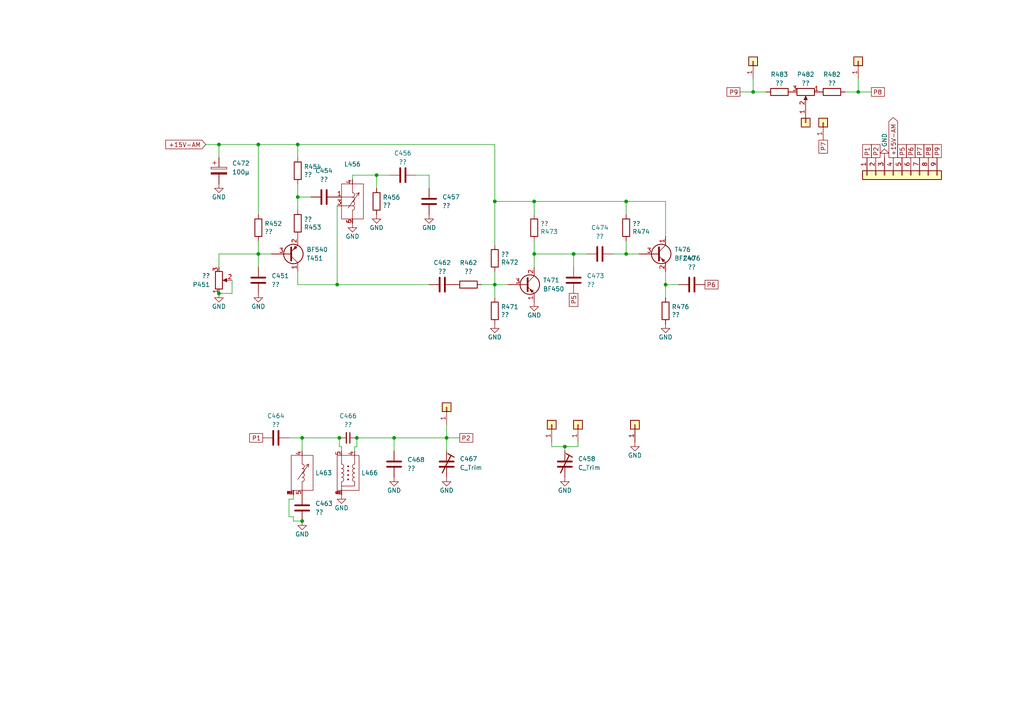
<source format=kicad_sch>
(kicad_sch (version 20230121) (generator eeschema)
  (paper "A4")
  (lib_symbols
    (symbol "Connector_Generic:Conn_01x01" (pin_names (offset 1.016) hide)
      (property "Reference" "J" (at 0 2.54 0))
      (property "Value" "Conn_01x01" (at 0 -2.54 0))
      (symbol "Conn_01x01_1_1"
        (rectangle (start -1.27 0.127) (end 0 -0.127) (stroke (width 0.1524)))
        (rectangle (start -1.27 1.27) (end 1.27 -1.27) (stroke (width 0.254)) (fill (type background)))
        (pin passive line (at -5.08 0 0) (length 3.81) (name "Pin_1") (number "1"))
      )
    )
    (symbol "Connector_Generic:Conn_01x09" (pin_names (offset 1.016) hide)
      (property "Reference" "J" (at 0 12.7 0))
      (property "Value" "Conn_01x09" (at 0 -12.7 0))
      (symbol "Conn_01x09_1_1"
        (rectangle (start -1.27 -10.033) (end 0 -10.287) (stroke (width 0.1524)))
        (rectangle (start -1.27 -7.493) (end 0 -7.747) (stroke (width 0.1524)))
        (rectangle (start -1.27 -4.953) (end 0 -5.207) (stroke (width 0.1524)))
        (rectangle (start -1.27 -2.413) (end 0 -2.667) (stroke (width 0.1524)))
        (rectangle (start -1.27 0.127) (end 0 -0.127) (stroke (width 0.1524)))
        (rectangle (start -1.27 2.667) (end 0 2.413) (stroke (width 0.1524)))
        (rectangle (start -1.27 5.207) (end 0 4.953) (stroke (width 0.1524)))
        (rectangle (start -1.27 7.747) (end 0 7.493) (stroke (width 0.1524)))
        (rectangle (start -1.27 10.287) (end 0 10.033) (stroke (width 0.1524)))
        (rectangle (start -1.27 11.43) (end 1.27 -11.43) (stroke (width 0.254)) (fill (type background)))
        (pin passive line (at -5.08 10.16 0) (length 3.81) (name "Pin_1") (number "1"))
        (pin passive line (at -5.08 7.62 0) (length 3.81) (name "Pin_2") (number "2"))
        (pin passive line (at -5.08 5.08 0) (length 3.81) (name "Pin_3") (number "3"))
        (pin passive line (at -5.08 2.54 0) (length 3.81) (name "Pin_4") (number "4"))
        (pin passive line (at -5.08 0 0) (length 3.81) (name "Pin_5") (number "5"))
        (pin passive line (at -5.08 -2.54 0) (length 3.81) (name "Pin_6") (number "6"))
        (pin passive line (at -5.08 -5.08 0) (length 3.81) (name "Pin_7") (number "7"))
        (pin passive line (at -5.08 -7.62 0) (length 3.81) (name "Pin_8") (number "8"))
        (pin passive line (at -5.08 -10.16 0) (length 3.81) (name "Pin_9") (number "9"))
      )
    )
    (symbol "Device:C" (pin_numbers hide) (pin_names (offset 0.254))
      (property "Reference" "C" (at 0.635 2.54 0))
      (property "Value" "C" (at 0.635 -2.54 0))
      (symbol "C_0_1"
        (polyline (pts (xy -2.032 -0.762) (xy 2.032 -0.762)) (stroke (width 0.508)))
        (polyline (pts (xy -2.032 0.762) (xy 2.032 0.762)) (stroke (width 0.508)))
      )
      (symbol "C_1_1"
        (pin passive line (at 0 3.81 270) (length 2.794) (name "~") (number "1"))
        (pin passive line (at 0 -3.81 90) (length 2.794) (name "~") (number "2"))
      )
    )
    (symbol "Device:C_Polarized" (pin_numbers hide) (pin_names (offset 0.254))
      (property "Reference" "C" (at 0.635 2.54 0))
      (property "Value" "C_Polarized" (at 0.635 -2.54 0))
      (symbol "C_Polarized_0_1"
        (rectangle (start -2.286 0.508) (end 2.286 1.016))
        (polyline (pts (xy -1.778 2.286) (xy -0.762 2.286)))
        (polyline (pts (xy -1.27 2.794) (xy -1.27 1.778)))
        (rectangle (start 2.286 -0.508) (end -2.286 -1.016) (fill (type outline)))
      )
      (symbol "C_Polarized_1_1"
        (pin passive line (at 0 3.81 270) (length 2.794) (name "~") (number "1"))
        (pin passive line (at 0 -3.81 90) (length 2.794) (name "~") (number "2"))
      )
    )
    (symbol "Device:C_Small" (pin_numbers hide) (pin_names (offset 0.254) hide)
      (property "Reference" "C" (at 0.254 1.778 0))
      (property "Value" "C_Small" (at 0.254 -2.032 0))
      (symbol "C_Small_0_1"
        (polyline (pts (xy -1.524 -0.508) (xy 1.524 -0.508)) (stroke (width 0.3302)))
        (polyline (pts (xy -1.524 0.508) (xy 1.524 0.508)) (stroke (width 0.3048)))
      )
      (symbol "C_Small_1_1"
        (pin passive line (at 0 2.54 270) (length 2.032) (name "~") (number "1"))
        (pin passive line (at 0 -2.54 90) (length 2.032) (name "~") (number "2"))
      )
    )
    (symbol "Device:C_Trim" (pin_numbers hide) (pin_names (offset 0.254) hide)
      (property "Reference" "C" (at 1.524 -2.032 0))
      (property "Value" "C_Trim" (at 3.048 -3.556 0))
      (symbol "C_Trim_0_1"
        (polyline (pts (xy -2.032 -0.762) (xy 2.032 -0.762)) (stroke (width 0.508)))
        (polyline (pts (xy -2.032 0.762) (xy 2.032 0.762)) (stroke (width 0.508)))
        (polyline (pts (xy 1.27 2.54) (xy -1.27 -2.54)) (stroke (width 0.3048)))
        (polyline (pts (xy 1.27 2.54) (xy 0.381 3.048)) (stroke (width 0.3048)))
        (polyline (pts (xy 1.27 2.54) (xy 2.159 2.032)) (stroke (width 0.3048)))
      )
      (symbol "C_Trim_1_1"
        (pin passive line (at 0 3.81 270) (length 3.048) (name "~") (number "1"))
        (pin passive line (at 0 -3.81 90) (length 3.048) (name "~") (number "2"))
      )
    )
    (symbol "Device:Q_PNP_CEB" (pin_names (offset 0) hide)
      (property "Reference" "Q" (at 5.08 1.27 0))
      (property "Value" "Q_PNP_CEB" (at 5.08 -1.27 0))
      (symbol "Q_PNP_CEB_0_1"
        (polyline (pts (xy 0.635 0.635) (xy 2.54 2.54)))
        (polyline (pts (xy 0.635 -0.635) (xy 2.54 -2.54) (xy 2.54 -2.54)))
        (polyline (pts (xy 0.635 1.905) (xy 0.635 -1.905) (xy 0.635 -1.905)) (stroke (width 0.508)))
        (polyline (pts (xy 2.286 -1.778) (xy 1.778 -2.286) (xy 1.27 -1.27) (xy 2.286 -1.778) (xy 2.286 -1.778)) (fill (type outline)))
        (circle (center 1.27 0) (radius 2.8194) (stroke (width 0.254)))
      )
      (symbol "Q_PNP_CEB_1_1"
        (pin passive line (at 2.54 5.08 270) (length 2.54) (name "C") (number "1"))
        (pin passive line (at 2.54 -5.08 90) (length 2.54) (name "E") (number "2"))
        (pin input line (at -5.08 0 0) (length 5.715) (name "B") (number "3"))
      )
    )
    (symbol "Device:Q_PNP_ECB" (pin_names (offset 0) hide)
      (property "Reference" "Q" (at 5.08 1.27 0))
      (property "Value" "Q_PNP_ECB" (at 5.08 -1.27 0))
      (symbol "Q_PNP_ECB_0_1"
        (polyline (pts (xy 0.635 0.635) (xy 2.54 2.54)))
        (polyline (pts (xy 0.635 -0.635) (xy 2.54 -2.54) (xy 2.54 -2.54)))
        (polyline (pts (xy 0.635 1.905) (xy 0.635 -1.905) (xy 0.635 -1.905)) (stroke (width 0.508)))
        (polyline (pts (xy 2.286 -1.778) (xy 1.778 -2.286) (xy 1.27 -1.27) (xy 2.286 -1.778) (xy 2.286 -1.778)) (fill (type outline)))
        (circle (center 1.27 0) (radius 2.8194) (stroke (width 0.254)))
      )
      (symbol "Q_PNP_ECB_1_1"
        (pin passive line (at 2.54 -5.08 90) (length 2.54) (name "E") (number "1"))
        (pin passive line (at 2.54 5.08 270) (length 2.54) (name "C") (number "2"))
        (pin input line (at -5.08 0 0) (length 5.715) (name "B") (number "3"))
      )
    )
    (symbol "Device:R" (pin_numbers hide) (pin_names (offset 0))
      (property "Reference" "R" (at 2.032 0 90))
      (property "Value" "R" (at 0 0 90))
      (symbol "R_0_1"
        (rectangle (start -1.016 -2.54) (end 1.016 2.54) (stroke (width 0.254)))
      )
      (symbol "R_1_1"
        (pin passive line (at 0 3.81 270) (length 1.27) (name "~") (number "1"))
        (pin passive line (at 0 -3.81 90) (length 1.27) (name "~") (number "2"))
      )
    )
    (symbol "Device:R_Potentiometer" (pin_names (offset 1.016) hide)
      (property "Reference" "RV" (at -4.445 0 90))
      (property "Value" "R_Potentiometer" (at -2.54 0 90))
      (symbol "R_Potentiometer_0_1"
        (polyline (pts (xy 2.54 0) (xy 1.524 0)))
        (polyline (pts (xy 1.143 0) (xy 2.286 0.508) (xy 2.286 -0.508) (xy 1.143 0)) (fill (type outline)))
        (rectangle (start 1.016 2.54) (end -1.016 -2.54) (stroke (width 0.254)))
      )
      (symbol "R_Potentiometer_1_1"
        (pin passive line (at 0 3.81 270) (length 1.27) (name "1") (number "1"))
        (pin passive line (at 3.81 0 180) (length 1.27) (name "2") (number "2"))
        (pin passive line (at 0 -3.81 90) (length 1.27) (name "3") (number "3"))
      )
    )
    (symbol "Library:L_Trimmable_Type1" (pin_names (offset 1.016) hide)
      (property "Reference" "L" (at -5.08 0 90))
      (property "Value" "L_Trimmable_Type1" (at 5.08 0 90))
      (symbol "L_Trimmable_Type1_0_1"
        (arc (start 0 -2.54) (mid 0.6323 -1.905) (end 0 -1.27))
        (arc (start 0 -1.27) (mid 0.6323 -0.635) (end 0 0))
        (polyline (pts (xy -1.27 -1.905) (xy 1.905 2.54)))
        (polyline (pts (xy 0 -2.54) (xy 0 -5.08)))
        (polyline (pts (xy 0 5.08) (xy 0 2.54)))
        (polyline (pts (xy 1.905 2.54) (xy 1.016 2.159)))
        (polyline (pts (xy 1.905 2.54) (xy 1.778 1.651)))
        (polyline (pts (xy -3.175 5.08) (xy 3.175 5.08) (xy 3.175 -5.08) (xy -3.175 -5.08) (xy -3.175 5.08)))
        (arc (start 0 0) (mid 0.6323 0.635) (end 0 1.27))
        (arc (start 0 1.27) (mid 0.6323 1.905) (end 0 2.54))
      )
      (symbol "L_Trimmable_Type1_1_1"
        (pin passive line (at -2.54 -6.35 90) (length 1.27) (name "") (number "1"))
        (pin passive line (at -2.54 -6.35 90) (length 1.27) (name "") (number "2"))
        (pin passive line (at -2.54 -6.35 90) (length 1.27) (name "") (number "3"))
        (pin passive line (at 0 6.35 270) (length 1.27) (name "4") (number "4"))
        (pin passive line (at 0 -6.35 90) (length 1.27) (name "5") (number "5"))
        (pin passive line (at -2.54 -6.35 90) (length 1.27) (name "") (number "6"))
      )
    )
    (symbol "Library:L_Trimmable_Type2" (pin_names (offset 1.016) hide)
      (property "Reference" "L" (at -2.54 0 90))
      (property "Value" "L_Trimmable_Type2" (at 6.35 0 90))
      (symbol "L_Trimmable_Type2_0_1"
        (arc (start 0 -2.54) (mid 0.6323 -1.905) (end 0 -1.27))
        (arc (start 0 -1.27) (mid 0.6323 -0.635) (end 0 0))
        (arc (start 0 0) (mid 0.6323 0.635) (end 0 1.27))
        (arc (start 0 1.27) (mid 0.6323 1.905) (end 0 2.54))
        (arc (start 3.8073 -1.27) (mid 3.175 -1.905) (end 3.8073 -2.54))
        (arc (start 3.8073 0) (mid 3.175 -0.635) (end 3.8073 -1.27))
        (arc (start 3.8073 1.27) (mid 3.175 0.635) (end 3.8073 0))
        (arc (start 3.8073 2.54) (mid 3.175 1.905) (end 3.8073 1.27))
      )
      (symbol "L_Trimmable_Type2_1_1"
        (polyline (pts (xy 0 -5.08) (xy 0 -3.81)))
        (polyline (pts (xy 0 5.08) (xy 0 2.54)))
        (polyline (pts (xy 3.81 5.08) (xy 3.81 2.54)))
        (polyline (pts (xy 0 -2.54) (xy 0 -3.81) (xy 3.81 -3.81) (xy 3.81 -2.54)))
        (polyline (pts (xy -1.27 5.08) (xy 5.08 5.08) (xy 5.08 -5.08) (xy -1.27 -5.08) (xy -1.27 5.08)))
        (circle (center 1.905 -1.905) (radius 0.0001) (stroke (width 0.5)) (fill (type outline)))
        (circle (center 1.905 -0.635) (radius 0.0001) (stroke (width 0.5)) (fill (type outline)))
        (circle (center 1.905 0.635) (radius 0.0001) (stroke (width 0.5)) (fill (type outline)))
        (circle (center 1.905 1.905) (radius 0.0001) (stroke (width 0.5)) (fill (type outline)))
        (pin passive line (at 0 -6.35 90) (length 1.27) (name "1") (number "1"))
        (pin passive line (at 0 -6.35 90) (length 1.27) (name "") (number "2"))
        (pin passive line (at 3.81 6.35 270) (length 1.27) (name "4") (number "4"))
        (pin passive line (at 0 6.35 270) (length 1.27) (name "5") (number "5"))
        (pin passive line (at 0 -6.35 90) (length 1.27) (name "") (number "6"))
      )
    )
    (symbol "Library:L_Trimmable_Type3" (pin_names (offset 1.016) hide)
      (property "Reference" "L" (at -3.81 0 90))
      (property "Value" "L_Trimmable_Type3" (at 7.62 0 90))
      (symbol "L_Trimmable_Type3_0_1"
        (polyline (pts (xy -1.27 -1.27) (xy 1.905 -1.27)))
        (polyline (pts (xy -1.27 1.27) (xy 1.905 1.27)))
        (polyline (pts (xy 0.635 -1.905) (xy 3.81 2.54)))
        (polyline (pts (xy 3.81 2.54) (xy 2.921 2.159)))
        (polyline (pts (xy 3.81 2.54) (xy 3.683 1.651)))
        (arc (start 1.905 -2.54) (mid 2.5373 -1.905) (end 1.905 -1.27))
        (arc (start 1.905 -1.27) (mid 2.5373 -0.635) (end 1.905 0))
        (arc (start 1.905 0) (mid 2.5373 0.635) (end 1.905 1.27))
        (arc (start 1.905 1.27) (mid 2.5373 1.905) (end 1.905 2.54))
      )
      (symbol "L_Trimmable_Type3_1_1"
        (polyline (pts (xy 1.905 -5.08) (xy 1.905 -2.54)))
        (polyline (pts (xy 1.905 5.08) (xy 1.905 2.54)))
        (polyline (pts (xy -1.27 5.08) (xy 5.08 5.08) (xy 5.08 -5.08) (xy -1.27 -5.08) (xy -1.27 5.08)))
        (pin passive line (at -2.54 1.27 0) (length 1.27) (name "1") (number "1"))
        (pin passive line (at -2.54 -1.27 0) (length 1.27) (name "3") (number "3"))
        (pin passive line (at 1.905 6.35 270) (length 1.27) (name "4") (number "4"))
        (pin passive line (at 1.905 -6.35 90) (length 1.27) (name "") (number "5"))
        (pin passive line (at 1.905 -6.35 90) (length 1.27) (name "6") (number "6"))
      )
    )
    (symbol "power:GND" (power) (pin_names (offset 0))
      (property "Value" "GND" (at 0 -3.81 0))
      (symbol "GND_0_1"
        (polyline (pts (xy 0 0) (xy 0 -1.27) (xy 1.27 -1.27) (xy 0 -2.54) (xy -1.27 -1.27) (xy 0 -1.27)))
      )
      (symbol "GND_1_1"
        (pin power_in line (at 0 0 270) (length 0) hide (name "GND") (number "1"))
      )
    )
  )
  (junction (at 143.51 58.42))
  (junction (at 163.83 129.54))
  (junction (at 181.61 73.66))
  (junction (at 97.79 82.55))
  (junction (at 63.5 85.09))
  (junction (at 74.93 41.91))
  (junction (at 114.3 127))
  (junction (at 74.93 73.66))
  (junction (at 181.61 58.42))
  (junction (at 63.5 41.91))
  (junction (at 154.94 73.66))
  (junction (at 87.63 127))
  (junction (at 109.22 50.8))
  (junction (at 86.36 41.91))
  (junction (at 166.37 73.66))
  (junction (at 154.94 58.42))
  (junction (at 103.505 127))
  (junction (at 143.51 82.55))
  (junction (at 86.36 57.15))
  (junction (at 129.54 127))
  (junction (at 98.425 127))
  (junction (at 218.44 26.67))
  (junction (at 87.63 151.13))
  (junction (at 193.04 82.55))
  (junction (at 248.92 26.67))
  (wire (pts (xy 160.02 129.54) (xy 163.83 129.54)))
  (wire (pts (xy 86.36 57.15) (xy 90.17 57.15)))
  (wire (pts (xy 103.505 129.54) (xy 103.505 127)))
  (wire (pts (xy 143.51 78.74) (xy 143.51 82.55)))
  (wire (pts (xy 63.5 41.91) (xy 74.93 41.91)))
  (wire (pts (xy 245.11 26.67) (xy 248.92 26.67)))
  (wire (pts (xy 193.04 58.42) (xy 181.61 58.42)))
  (wire (pts (xy 129.54 130.81) (xy 129.54 127)))
  (wire (pts (xy 177.8 73.66) (xy 181.61 73.66)))
  (wire (pts (xy 102.235 50.8) (xy 102.235 52.07)))
  (wire (pts (xy 97.79 82.55) (xy 124.46 82.55)))
  (wire (pts (xy 83.82 149.86) (xy 85.09 149.86)))
  (wire (pts (xy 163.83 129.54) (xy 163.83 130.81)))
  (wire (pts (xy 139.7 82.55) (xy 143.51 82.55)))
  (wire (pts (xy 193.04 82.55) (xy 196.85 82.55)))
  (wire (pts (xy 154.94 73.66) (xy 166.37 73.66)))
  (wire (pts (xy 85.09 151.13) (xy 87.63 151.13)))
  (wire (pts (xy 97.79 59.69) (xy 97.79 82.55)))
  (wire (pts (xy 129.54 123.19) (xy 129.54 127)))
  (wire (pts (xy 143.51 41.91) (xy 143.51 58.42)))
  (wire (pts (xy 102.87 130.81) (xy 102.87 129.54)))
  (wire (pts (xy 86.36 41.91) (xy 143.51 41.91)))
  (wire (pts (xy 193.04 82.55) (xy 193.04 86.36)))
  (wire (pts (xy 154.94 73.66) (xy 154.94 77.47)))
  (wire (pts (xy 154.94 58.42) (xy 154.94 62.23)))
  (wire (pts (xy 86.36 41.91) (xy 86.36 45.72)))
  (wire (pts (xy 113.03 50.8) (xy 109.22 50.8)))
  (wire (pts (xy 129.54 127) (xy 133.35 127)))
  (wire (pts (xy 154.94 69.85) (xy 154.94 73.66)))
  (wire (pts (xy 114.3 130.81) (xy 114.3 127)))
  (wire (pts (xy 78.74 73.66) (xy 74.93 73.66)))
  (wire (pts (xy 166.37 73.66) (xy 170.18 73.66)))
  (wire (pts (xy 63.5 41.91) (xy 63.5 45.72)))
  (wire (pts (xy 193.04 68.58) (xy 193.04 58.42)))
  (wire (pts (xy 98.425 129.54) (xy 99.06 129.54)))
  (wire (pts (xy 83.82 127) (xy 87.63 127)))
  (wire (pts (xy 85.09 143.51) (xy 85.09 144.78)))
  (wire (pts (xy 166.37 73.66) (xy 166.37 77.47)))
  (wire (pts (xy 63.5 85.09) (xy 67.31 85.09)))
  (wire (pts (xy 85.09 149.86) (xy 85.09 151.13)))
  (wire (pts (xy 74.93 69.85) (xy 74.93 73.66)))
  (wire (pts (xy 143.51 58.42) (xy 154.94 58.42)))
  (wire (pts (xy 59.69 41.91) (xy 63.5 41.91)))
  (wire (pts (xy 83.82 144.78) (xy 85.09 144.78)))
  (wire (pts (xy 193.04 78.74) (xy 193.04 82.55)))
  (wire (pts (xy 99.06 130.81) (xy 99.06 129.54)))
  (wire (pts (xy 86.36 53.34) (xy 86.36 57.15)))
  (wire (pts (xy 109.22 50.8) (xy 109.22 54.61)))
  (wire (pts (xy 67.31 81.28) (xy 67.31 85.09)))
  (wire (pts (xy 74.93 62.23) (xy 74.93 41.91)))
  (wire (pts (xy 74.93 73.66) (xy 74.93 77.47)))
  (wire (pts (xy 163.83 129.54) (xy 167.64 129.54)))
  (wire (pts (xy 181.61 58.42) (xy 154.94 58.42)))
  (wire (pts (xy 248.92 22.86) (xy 248.92 26.67)))
  (wire (pts (xy 129.54 127) (xy 114.3 127)))
  (wire (pts (xy 218.44 22.86) (xy 218.44 26.67)))
  (wire (pts (xy 143.51 82.55) (xy 147.32 82.55)))
  (wire (pts (xy 103.505 127) (xy 114.3 127)))
  (wire (pts (xy 160.02 128.27) (xy 160.02 129.54)))
  (wire (pts (xy 124.46 50.8) (xy 120.65 50.8)))
  (wire (pts (xy 83.82 149.86) (xy 83.82 144.78)))
  (wire (pts (xy 167.64 129.54) (xy 167.64 128.27)))
  (wire (pts (xy 63.5 73.66) (xy 74.93 73.66)))
  (wire (pts (xy 86.36 82.55) (xy 86.36 78.74)))
  (wire (pts (xy 124.46 54.61) (xy 124.46 50.8)))
  (wire (pts (xy 102.87 129.54) (xy 103.505 129.54)))
  (wire (pts (xy 181.61 73.66) (xy 185.42 73.66)))
  (wire (pts (xy 214.63 26.67) (xy 218.44 26.67)))
  (wire (pts (xy 86.36 57.15) (xy 86.36 60.96)))
  (wire (pts (xy 218.44 26.67) (xy 222.25 26.67)))
  (wire (pts (xy 143.51 71.12) (xy 143.51 58.42)))
  (wire (pts (xy 86.36 82.55) (xy 97.79 82.55)))
  (wire (pts (xy 248.92 26.67) (xy 252.73 26.67)))
  (wire (pts (xy 63.5 77.47) (xy 63.5 73.66)))
  (wire (pts (xy 98.425 127) (xy 98.425 129.54)))
  (wire (pts (xy 102.235 50.8) (xy 109.22 50.8)))
  (wire (pts (xy 87.63 127) (xy 87.63 130.81)))
  (wire (pts (xy 74.93 41.91) (xy 86.36 41.91)))
  (wire (pts (xy 181.61 69.85) (xy 181.61 73.66)))
  (wire (pts (xy 87.63 127) (xy 98.425 127)))
  (wire (pts (xy 143.51 82.55) (xy 143.51 86.36)))
  (wire (pts (xy 181.61 62.23) (xy 181.61 58.42)))
  (global_label "P8" (shape passive) (at 269.24 45.72 90) (property "Intersheetrefs" "${INTERSHEET_REFS}" (effects hide)))
  (global_label "P9" (shape passive) (at 214.63 26.67 180) (property "Intersheetrefs" "${INTERSHEET_REFS}" (effects hide)))
  (global_label "P2" (shape passive) (at 133.35 127 0) (property "Intersheetrefs" "${INTERSHEET_REFS}" (effects hide)))
  (global_label "P2" (shape passive) (at 254 45.72 90) (property "Intersheetrefs" "${INTERSHEET_REFS}" (effects hide)))
  (global_label "+15V-AM" (shape output) (at 259.08 45.72 90) (property "Intersheetrefs" "${INTERSHEET_REFS}" (effects hide)))
  (global_label "P5" (shape passive) (at 261.62 45.72 90) (property "Intersheetrefs" "${INTERSHEET_REFS}" (effects hide)))
  (global_label "P7" (shape passive) (at 238.76 40.64 270) (property "Intersheetrefs" "${INTERSHEET_REFS}" (effects hide)))
  (global_label "P6" (shape passive) (at 264.16 45.72 90) (property "Intersheetrefs" "${INTERSHEET_REFS}" (effects hide)))
  (global_label "P5" (shape passive) (at 166.37 85.09 270) (property "Intersheetrefs" "${INTERSHEET_REFS}" (effects hide)))
  (global_label "P1" (shape passive) (at 251.46 45.72 90) (property "Intersheetrefs" "${INTERSHEET_REFS}" (effects hide)))
  (global_label "P7" (shape passive) (at 266.7 45.72 90) (property "Intersheetrefs" "${INTERSHEET_REFS}" (effects hide)))
  (global_label "P1" (shape passive) (at 76.2 127 180) (property "Intersheetrefs" "${INTERSHEET_REFS}" (effects hide)))
  (global_label "P9" (shape passive) (at 271.78 45.72 90) (property "Intersheetrefs" "${INTERSHEET_REFS}" (effects hide)))
  (global_label "+15V-AM" (shape input) (at 59.69 41.91 180) (property "Intersheetrefs" "${INTERSHEET_REFS}" (effects hide)))
  (global_label "P8" (shape passive) (at 252.73 26.67 0) (property "Intersheetrefs" "${INTERSHEET_REFS}" (effects hide)))
  (global_label "P6" (shape passive) (at 204.47 82.55 0) (property "Intersheetrefs" "${INTERSHEET_REFS}" (effects hide)))
  (symbol (lib_id "Connector_Generic:Conn_01x09") (at 261.62 50.8 90) (mirror x) (unit 1)
    (property "Reference" "J1" (effects hide))
    (property "Value" "Conn_01x09" (effects hide))
    (property "Footprint" "Library:Connector_01x09_5mm" (effects hide))
  )
  (symbol (lib_id "power:GND") (at 163.83 138.43 0) (unit 1)
    (property "Reference" "#PWR013" (effects hide))
    (property "Value" "GND" (at 163.83 142.24 0))
  )
  (symbol (lib_id "Device:C_Small") (at 100.965 127 270) (unit 1)
    (property "Reference" "C466" (at 100.9586 120.65 90))
    (property "Value" "??" (at 100.9586 123.19 90))
    (property "Footprint" "Capacitor_THT:C_Disc_D4.3mm_W1.9mm_P5.00mm" (effects hide))
  )
  (symbol (lib_id "Device:C") (at 173.99 73.66 270) (unit 1)
    (property "Reference" "C474" (at 173.99 66.04 90))
    (property "Value" "??" (at 173.99 68.58 90))
    (property "Footprint" "Capacitor_THT:C_Disc_D4.3mm_W1.9mm_P5.00mm" (effects hide))
  )
  (symbol (lib_id "Connector_Generic:Conn_01x01") (at 248.92 17.78 90) (unit 1)
    (property "Reference" "J2" (effects hide))
    (property "Value" "Conn_01x01" (effects hide))
    (property "Footprint" "Connector_Pin:Pin_D1.0mm_L10.0mm" (effects hide))
  )
  (symbol (lib_id "Device:C") (at 124.46 58.42 180) (unit 1)
    (property "Reference" "C457" (at 128.27 57.15 0) (effects (justify right)))
    (property "Value" "??" (at 128.27 59.69 0) (effects (justify right)))
    (property "Footprint" "Capacitor_THT:C_Disc_D4.3mm_W1.9mm_P5.00mm" (effects hide))
  )
  (symbol (lib_id "power:GND") (at 99.06 143.51 0) (unit 1)
    (property "Reference" "#PWR010" (effects hide))
    (property "Value" "GND" (at 99.06 147.32 0))
  )
  (symbol (lib_id "Library:L_Trimmable_Type2") (at 99.06 137.16 0) (unit 1)
    (property "Reference" "L466" (at 104.775 137.16 0) (effects (justify left)))
    (property "Value" "L_Trimmable_Type2" (effects hide))
    (property "Footprint" "Library:L_Tunable_16.5mm" (effects hide))
  )
  (symbol (lib_id "Connector_Generic:Conn_01x01") (at 167.64 123.19 90) (unit 1)
    (property "Reference" "J7" (effects hide))
    (property "Value" "Conn_01x01" (effects hide))
    (property "Footprint" "Connector_Pin:Pin_D1.0mm_L10.0mm" (effects hide))
  )
  (symbol (lib_id "Device:C_Trim") (at 163.83 134.62 0) (unit 1)
    (property "Reference" "C458" (at 167.64 133.096 0) (effects (justify left)))
    (property "Value" "C_Trim" (at 167.64 135.636 0) (effects (justify left)))
    (property "Footprint" "Library:C_Trimmable_7.5mm" (effects hide))
  )
  (symbol (lib_id "Device:R") (at 135.89 82.55 270) (mirror x) (unit 1)
    (property "Reference" "R462" (at 135.89 76.2 90))
    (property "Value" "??" (at 135.89 78.74 90))
    (property "Footprint" "Resistor_THT:R_Axial_DIN0207_L6.3mm_D2.5mm_P5.08mm_Vertical" (effects hide))
  )
  (symbol (lib_id "power:GND") (at 114.3 138.43 0) (unit 1)
    (property "Reference" "#PWR011" (effects hide))
    (property "Value" "GND" (at 114.3 142.24 0))
  )
  (symbol (lib_id "Connector_Generic:Conn_01x01") (at 184.15 123.19 90) (unit 1)
    (property "Reference" "J9" (effects hide))
    (property "Value" "Conn_01x01" (effects hide))
    (property "Footprint" "Library:Connector_01x01_Rect" (effects hide))
  )
  (symbol (lib_id "Device:Q_PNP_CEB") (at 190.5 73.66 0) (unit 1)
    (property "Reference" "T476" (at 195.58 72.39 0) (effects (justify left)))
    (property "Value" "BF240" (at 195.58 74.93 0) (effects (justify left)))
    (property "Footprint" "Package_TO_SOT_THT:TO-92L_Wide" (effects hide))
  )
  (symbol (lib_id "power:GND") (at 154.94 87.63 0) (unit 1)
    (property "Reference" "#PWR05" (effects hide))
    (property "Value" "GND" (at 154.94 91.44 0))
  )
  (symbol (lib_id "Device:R_Potentiometer") (at 233.68 26.67 270) (unit 1)
    (property "Reference" "P482" (at 233.68 21.59 90))
    (property "Value" "??" (at 233.68 24.13 90))
    (property "Footprint" "Potentiometer_THT:Potentiometer_Piher_PT-10-H01_Horizontal" (effects hide))
  )
  (symbol (lib_id "Device:C") (at 116.84 50.8 270) (unit 1)
    (property "Reference" "C456" (at 116.84 44.45 90))
    (property "Value" "??" (at 116.84 46.99 90))
    (property "Footprint" "Capacitor_THT:C_Disc_D4.3mm_W1.9mm_P5.00mm" (effects hide))
  )
  (symbol (lib_id "Device:C_Polarized") (at 63.5 49.53 0) (unit 1)
    (property "Reference" "C472" (at 67.31 47.371 0) (effects (justify left)))
    (property "Value" "100µ" (at 67.31 49.911 0) (effects (justify left)))
    (property "Footprint" "Capacitor_THT:CP_Radial_D6.3mm_P2.50mm" (effects hide))
  )
  (symbol (lib_id "Device:C") (at 166.37 81.28 180) (unit 1)
    (property "Reference" "C473" (at 170.18 80.01 0) (effects (justify right)))
    (property "Value" "??" (at 170.18 82.55 0) (effects (justify right)))
    (property "Footprint" "Capacitor_THT:C_Rect_L7.2mm_W2.5mm_P5.00mm_FKS2_FKP2_MKS2_MKP2" (effects hide))
  )
  (symbol (lib_id "Device:R") (at 86.36 49.53 0) (unit 1)
    (property "Reference" "R454" (at 88.138 48.3616 0) (effects (justify left)))
    (property "Value" "??" (at 88.138 50.673 0) (effects (justify left)))
    (property "Footprint" "Resistor_THT:R_Axial_DIN0207_L6.3mm_D2.5mm_P5.08mm_Vertical" (effects hide))
  )
  (symbol (lib_id "Device:R") (at 154.94 66.04 0) (mirror x) (unit 1)
    (property "Reference" "R473" (at 156.718 67.2084 0) (effects (justify left)))
    (property "Value" "??" (at 156.718 64.897 0) (effects (justify left)))
    (property "Footprint" "Resistor_THT:R_Axial_DIN0207_L6.3mm_D2.5mm_P5.08mm_Vertical" (effects hide))
  )
  (symbol (lib_id "power:GND") (at 256.54 45.72 180) (unit 1)
    (property "Reference" "#PWR015" (effects hide))
    (property "Value" "GND" (at 256.54 40.64 90))
  )
  (symbol (lib_id "Connector_Generic:Conn_01x01") (at 129.54 118.11 90) (unit 1)
    (property "Reference" "J8" (effects hide))
    (property "Value" "Conn_01x01" (effects hide))
    (property "Footprint" "Connector_Pin:Pin_D1.0mm_L10.0mm" (effects hide))
  )
  (symbol (lib_id "Connector_Generic:Conn_01x01") (at 160.02 123.19 90) (unit 1)
    (property "Reference" "J6" (effects hide))
    (property "Value" "Conn_01x01" (effects hide))
    (property "Footprint" "Connector_Pin:Pin_D1.0mm_L10.0mm" (effects hide))
  )
  (symbol (lib_id "Device:Q_PNP_CEB") (at 83.82 73.66 0) (mirror x) (unit 1)
    (property "Reference" "T451" (at 88.9 74.93 0) (effects (justify left)))
    (property "Value" "BF540" (at 88.9 72.39 0) (effects (justify left)))
    (property "Footprint" "Package_TO_SOT_THT:TO-92L_Wide" (effects hide))
  )
  (symbol (lib_id "Device:R") (at 143.51 90.17 0) (unit 1)
    (property "Reference" "R471" (at 145.288 89.0016 0) (effects (justify left)))
    (property "Value" "??" (at 145.288 91.313 0) (effects (justify left)))
    (property "Footprint" "Resistor_THT:R_Axial_DIN0207_L6.3mm_D2.5mm_P5.08mm_Vertical" (effects hide))
  )
  (symbol (lib_id "power:GND") (at 63.5 85.09 0) (unit 1)
    (property "Reference" "#PWR04" (effects hide))
    (property "Value" "GND" (at 63.5 88.9 0))
  )
  (symbol (lib_id "power:GND") (at 124.46 62.23 0) (unit 1)
    (property "Reference" "#PWR08" (effects hide))
    (property "Value" "GND" (at 124.46 66.04 0))
  )
  (symbol (lib_id "Device:C") (at 74.93 81.28 180) (unit 1)
    (property "Reference" "C451" (at 78.74 80.01 0) (effects (justify right)))
    (property "Value" "??" (at 78.74 82.55 0) (effects (justify right)))
    (property "Footprint" "Capacitor_THT:C_Disc_D4.3mm_W1.9mm_P5.00mm" (effects hide))
  )
  (symbol (lib_id "Device:C") (at 87.63 147.32 180) (unit 1)
    (property "Reference" "C463" (at 91.44 146.05 0) (effects (justify right)))
    (property "Value" "??" (at 91.44 148.59 0) (effects (justify right)))
    (property "Footprint" "Capacitor_THT:C_Disc_D4.3mm_W1.9mm_P5.00mm" (effects hide))
  )
  (symbol (lib_id "power:GND") (at 102.235 64.77 0) (unit 1)
    (property "Reference" "#PWR06" (effects hide))
    (property "Value" "GND" (at 102.235 68.58 0))
  )
  (symbol (lib_id "Device:R") (at 193.04 90.17 0) (unit 1)
    (property "Reference" "R476" (at 194.818 89.0016 0) (effects (justify left)))
    (property "Value" "??" (at 194.818 91.313 0) (effects (justify left)))
    (property "Footprint" "Resistor_THT:R_Axial_DIN0207_L6.3mm_D2.5mm_P5.08mm_Vertical" (effects hide))
  )
  (symbol (lib_id "Device:Q_PNP_ECB") (at 152.4 82.55 0) (unit 1)
    (property "Reference" "T471" (at 157.48 81.28 0) (effects (justify left)))
    (property "Value" "BF450" (at 157.48 83.82 0) (effects (justify left)))
    (property "Footprint" "Package_TO_SOT_THT:TO-92L_Wide" (effects hide))
  )
  (symbol (lib_id "power:GND") (at 193.04 93.98 0) (unit 1)
    (property "Reference" "#PWR02" (effects hide))
    (property "Value" "GND" (at 193.04 97.79 0))
  )
  (symbol (lib_id "Connector_Generic:Conn_01x01") (at 233.68 35.56 270) (unit 1)
    (property "Reference" "J4" (effects hide))
    (property "Value" "Conn_01x01" (effects hide))
    (property "Footprint" "Connector_Pin:Pin_D1.0mm_L10.0mm" (effects hide))
  )
  (symbol (lib_id "power:GND") (at 109.22 62.23 0) (unit 1)
    (property "Reference" "#PWR07" (effects hide))
    (property "Value" "GND" (at 109.22 66.04 0))
  )
  (symbol (lib_id "Connector_Generic:Conn_01x01") (at 218.44 17.78 90) (unit 1)
    (property "Reference" "J3" (effects hide))
    (property "Value" "Conn_01x01" (effects hide))
    (property "Footprint" "Connector_Pin:Pin_D1.0mm_L10.0mm" (effects hide))
  )
  (symbol (lib_id "Device:R") (at 181.61 66.04 0) (mirror x) (unit 1)
    (property "Reference" "R474" (at 183.388 67.2084 0) (effects (justify left)))
    (property "Value" "??" (at 183.388 64.897 0) (effects (justify left)))
    (property "Footprint" "Resistor_THT:R_Axial_DIN0207_L6.3mm_D2.5mm_P5.08mm_Vertical" (effects hide))
  )
  (symbol (lib_id "power:GND") (at 63.5 53.34 0) (unit 1)
    (property "Reference" "#PWR014" (effects hide))
    (property "Value" "GND" (at 63.5 57.15 0))
  )
  (symbol (lib_id "Device:R") (at 226.06 26.67 90) (unit 1)
    (property "Reference" "R483" (at 226.06 21.59 90))
    (property "Value" "??" (at 226.06 24.13 90))
    (property "Footprint" "Resistor_THT:R_Axial_DIN0207_L6.3mm_D2.5mm_P5.08mm_Vertical" (effects hide))
  )
  (symbol (lib_id "Device:R") (at 109.22 58.42 0) (unit 1)
    (property "Reference" "R456" (at 110.998 57.2516 0) (effects (justify left)))
    (property "Value" "??" (at 110.998 59.563 0) (effects (justify left)))
    (property "Footprint" "Resistor_THT:R_Axial_DIN0207_L6.3mm_D2.5mm_P5.08mm_Vertical" (effects hide))
  )
  (symbol (lib_id "Device:R_Potentiometer") (at 63.5 81.28 0) (mirror x) (unit 1)
    (property "Reference" "P451" (at 60.96 82.55 0) (effects (justify right)))
    (property "Value" "??" (at 60.96 80.01 0) (effects (justify right)))
    (property "Footprint" "Potentiometer_THT:Potentiometer_Piher_PT-10-H01_Horizontal" (effects hide))
  )
  (symbol (lib_id "Device:R") (at 74.93 66.04 0) (unit 1)
    (property "Reference" "R452" (at 76.708 64.8716 0) (effects (justify left)))
    (property "Value" "??" (at 76.708 67.183 0) (effects (justify left)))
    (property "Footprint" "Resistor_THT:R_Axial_DIN0207_L6.3mm_D2.5mm_P5.08mm_Vertical" (effects hide))
  )
  (symbol (lib_id "Device:C_Trim") (at 129.54 134.62 0) (unit 1)
    (property "Reference" "C467" (at 133.35 133.096 0) (effects (justify left)))
    (property "Value" "C_Trim" (at 133.35 135.636 0) (effects (justify left)))
    (property "Footprint" "Library:C_Trimmable_7.5mm" (effects hide))
  )
  (symbol (lib_id "Device:C") (at 114.3 134.62 180) (unit 1)
    (property "Reference" "C468" (at 118.11 133.35 0) (effects (justify right)))
    (property "Value" "??" (at 118.11 135.89 0) (effects (justify right)))
    (property "Footprint" "Capacitor_THT:C_Disc_D4.3mm_W1.9mm_P5.00mm" (effects hide))
  )
  (symbol (lib_id "Device:C") (at 93.98 57.15 270) (unit 1)
    (property "Reference" "C454" (at 93.98 49.53 90))
    (property "Value" "??" (at 93.98 52.07 90))
    (property "Footprint" "Capacitor_THT:C_Disc_D4.3mm_W1.9mm_P5.00mm" (effects hide))
  )
  (symbol (lib_id "power:GND") (at 129.54 138.43 0) (unit 1)
    (property "Reference" "#PWR012" (effects hide))
    (property "Value" "GND" (at 129.54 142.24 0))
  )
  (symbol (lib_id "Device:C") (at 200.66 82.55 270) (unit 1)
    (property "Reference" "C476" (at 200.66 74.93 90))
    (property "Value" "??" (at 200.66 77.47 90))
    (property "Footprint" "Capacitor_THT:C_Disc_D4.3mm_W1.9mm_P5.00mm" (effects hide))
  )
  (symbol (lib_id "Device:C") (at 80.01 127 270) (unit 1)
    (property "Reference" "C464" (at 80.01 120.65 90))
    (property "Value" "??" (at 80.01 123.19 90))
    (property "Footprint" "Capacitor_THT:C_Disc_D4.3mm_W1.9mm_P5.00mm" (effects hide))
  )
  (symbol (lib_id "power:GND") (at 143.51 93.98 0) (unit 1)
    (property "Reference" "#PWR01" (effects hide))
    (property "Value" "GND" (at 143.51 97.79 0))
  )
  (symbol (lib_id "Library:L_Trimmable_Type1") (at 87.63 137.16 0) (unit 1)
    (property "Reference" "L463" (at 91.44 137.16 0) (effects (justify left)))
    (property "Value" "L_Trimmable_Type1" (effects hide))
    (property "Footprint" "Library:L_Tunable_7mm" (effects hide))
  )
  (symbol (lib_id "Device:R") (at 143.51 74.93 0) (mirror x) (unit 1)
    (property "Reference" "R472" (at 145.288 76.0984 0) (effects (justify left)))
    (property "Value" "??" (at 145.288 73.787 0) (effects (justify left)))
    (property "Footprint" "Resistor_THT:R_Axial_DIN0207_L6.3mm_D2.5mm_P5.08mm_Vertical" (effects hide))
  )
  (symbol (lib_id "Connector_Generic:Conn_01x01") (at 238.76 35.56 90) (unit 1)
    (property "Reference" "J5" (effects hide))
    (property "Value" "Conn_01x01" (effects hide))
    (property "Footprint" "Connector_Pin:Pin_D1.0mm_L10.0mm" (effects hide))
  )
  (symbol (lib_id "Device:C") (at 128.27 82.55 270) (unit 1)
    (property "Reference" "C462" (at 128.27 76.2 90))
    (property "Value" "??" (at 128.27 78.74 90))
    (property "Footprint" "Capacitor_THT:C_Disc_D4.3mm_W1.9mm_P5.00mm" (effects hide))
  )
  (symbol (lib_id "power:GND") (at 87.63 151.13 0) (unit 1)
    (property "Reference" "#PWR09" (effects hide))
    (property "Value" "GND" (at 87.63 154.94 0))
  )
  (symbol (lib_id "power:GND") (at 74.93 85.09 0) (unit 1)
    (property "Reference" "#PWR03" (effects hide))
    (property "Value" "GND" (at 74.93 88.9 0))
  )
  (symbol (lib_id "Device:R") (at 86.36 64.77 0) (mirror x) (unit 1)
    (property "Reference" "R453" (at 88.138 65.9384 0) (effects (justify left)))
    (property "Value" "??" (at 88.138 63.627 0) (effects (justify left)))
    (property "Footprint" "Resistor_THT:R_Axial_DIN0207_L6.3mm_D2.5mm_P5.08mm_Vertical" (effects hide))
  )
  (symbol (lib_id "Device:R") (at 241.3 26.67 270) (mirror x) (unit 1)
    (property "Reference" "R482" (at 241.3 21.59 90))
    (property "Value" "??" (at 241.3 24.13 90))
    (property "Footprint" "Resistor_THT:R_Axial_DIN0207_L6.3mm_D2.5mm_P5.08mm_Vertical" (effects hide))
  )
  (symbol (lib_id "Library:L_Trimmable_Type3") (at 100.33 58.42 0) (unit 1)
    (property "Reference" "L456" (at 102.235 47.625 0))
    (property "Value" "L_Trimmable_Type3" (effects hide))
    (property "Footprint" "Library:L_Tunable_7mm" (effects hide))
  )
  (symbol (lib_id "power:GND") (at 184.15 128.27 0) (unit 1)
    (property "Reference" "#PWR016" (effects hide))
    (property "Value" "GND" (at 184.15 132.08 0))
  )
)
</source>
